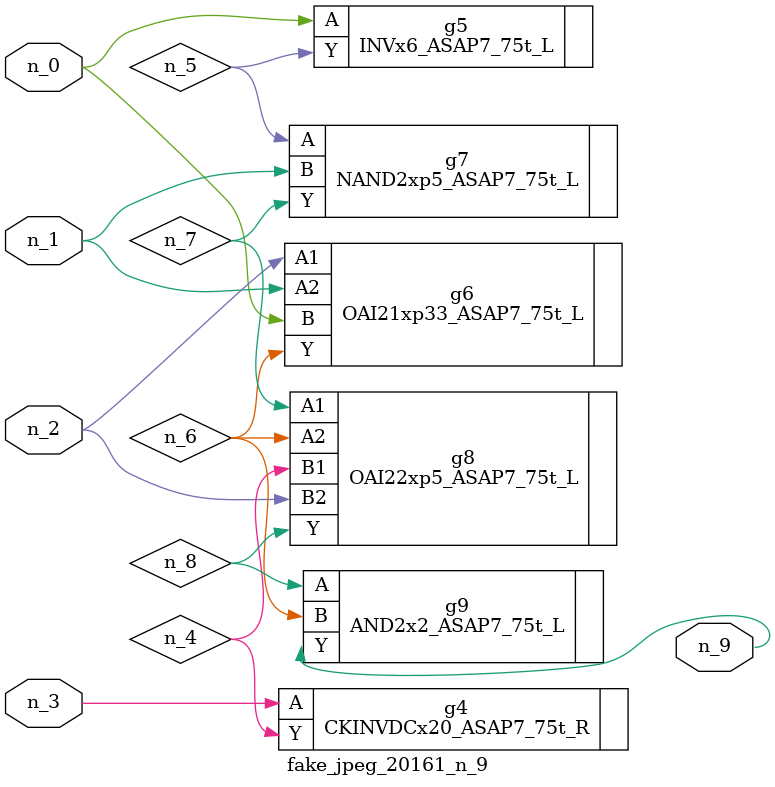
<source format=v>
module fake_jpeg_20161_n_9 (n_0, n_3, n_2, n_1, n_9);

input n_0;
input n_3;
input n_2;
input n_1;

output n_9;

wire n_4;
wire n_8;
wire n_6;
wire n_5;
wire n_7;

CKINVDCx20_ASAP7_75t_R g4 ( 
.A(n_3),
.Y(n_4)
);

INVx6_ASAP7_75t_L g5 ( 
.A(n_0),
.Y(n_5)
);

OAI21xp33_ASAP7_75t_L g6 ( 
.A1(n_2),
.A2(n_1),
.B(n_0),
.Y(n_6)
);

NAND2xp5_ASAP7_75t_L g7 ( 
.A(n_5),
.B(n_1),
.Y(n_7)
);

OAI22xp5_ASAP7_75t_L g8 ( 
.A1(n_7),
.A2(n_6),
.B1(n_4),
.B2(n_2),
.Y(n_8)
);

AND2x2_ASAP7_75t_L g9 ( 
.A(n_8),
.B(n_6),
.Y(n_9)
);


endmodule
</source>
